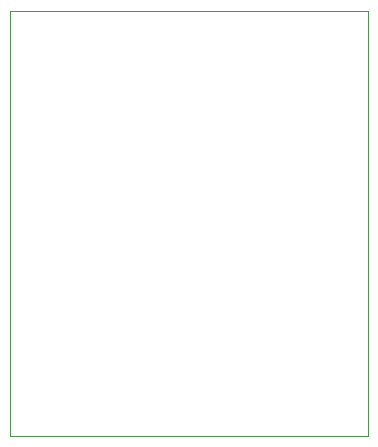
<source format=gbr>
%TF.GenerationSoftware,KiCad,Pcbnew,6.0.0*%
%TF.CreationDate,2022-03-07T01:42:13-06:00*%
%TF.ProjectId,test,74657374-2e6b-4696-9361-645f70636258,rev?*%
%TF.SameCoordinates,Original*%
%TF.FileFunction,Profile,NP*%
%FSLAX46Y46*%
G04 Gerber Fmt 4.6, Leading zero omitted, Abs format (unit mm)*
G04 Created by KiCad (PCBNEW 6.0.0) date 2022-03-07 01:42:13*
%MOMM*%
%LPD*%
G01*
G04 APERTURE LIST*
%TA.AperFunction,Profile*%
%ADD10C,0.100000*%
%TD*%
G04 APERTURE END LIST*
D10*
X106050000Y-62525000D02*
X136425000Y-62525000D01*
X136425000Y-62525000D02*
X136425000Y-98475000D01*
X136425000Y-98475000D02*
X106050000Y-98475000D01*
X106050000Y-98475000D02*
X106050000Y-62525000D01*
M02*

</source>
